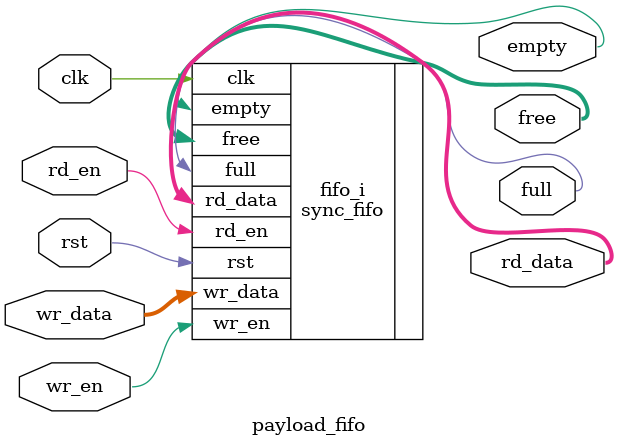
<source format=sv>
module payload_fifo #(
    parameter int DEPTH = 256
)(
    input  logic        clk,
    input  logic        rst,

    // Write interface
    input  logic        wr_en,
    input  logic [7:0]  wr_data,
    output logic        full,
    output logic [8:0]  free,     // up to 256 entries → 9 bits

    // Read interface
    input  logic        rd_en,
    output logic [7:0]  rd_data,
    output logic        empty
);

    sync_fifo #(
        .WIDTH(8),
        .DEPTH(DEPTH)
    ) fifo_i (
        .clk(clk),
        .rst(rst),

        .wr_en(wr_en),
        .wr_data(wr_data),
        .full(full),

        .rd_en(rd_en),
        .rd_data(rd_data),
        .empty(empty),

        .free(free)
    );

endmodule

</source>
